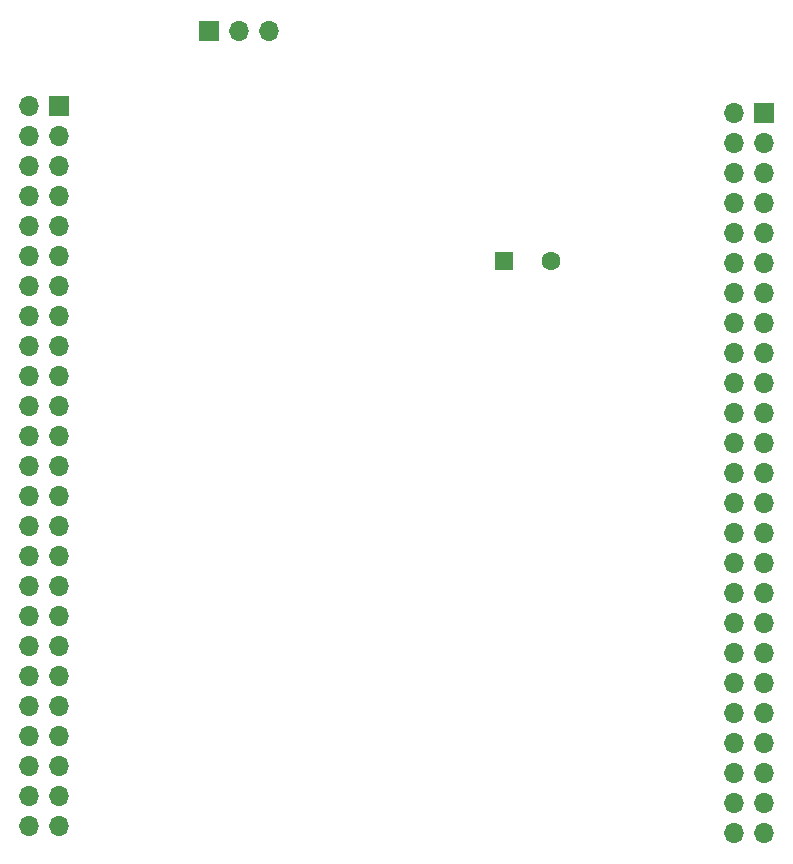
<source format=gbr>
%TF.GenerationSoftware,KiCad,Pcbnew,7.0.1*%
%TF.CreationDate,2023-05-31T13:14:41-06:00*%
%TF.ProjectId,Phase_D_STM_Shield,50686173-655f-4445-9f53-544d5f536869,rev?*%
%TF.SameCoordinates,Original*%
%TF.FileFunction,Soldermask,Bot*%
%TF.FilePolarity,Negative*%
%FSLAX46Y46*%
G04 Gerber Fmt 4.6, Leading zero omitted, Abs format (unit mm)*
G04 Created by KiCad (PCBNEW 7.0.1) date 2023-05-31 13:14:41*
%MOMM*%
%LPD*%
G01*
G04 APERTURE LIST*
%ADD10R,1.600000X1.600000*%
%ADD11C,1.600000*%
%ADD12R,1.700000X1.700000*%
%ADD13O,1.700000X1.700000*%
G04 APERTURE END LIST*
D10*
%TO.C,BZ1*%
X129745000Y-55065000D03*
D11*
X133745000Y-55065000D03*
%TD*%
D12*
%TO.C,MOTION_SENSOR1*%
X104775000Y-35560000D03*
D13*
X107315000Y-35560000D03*
X109855000Y-35560000D03*
%TD*%
D12*
%TO.C,J2*%
X151765000Y-42545000D03*
D13*
X149225000Y-42545000D03*
X151765000Y-45085000D03*
X149225000Y-45085000D03*
X151765000Y-47625000D03*
X149225000Y-47625000D03*
X151765000Y-50165000D03*
X149225000Y-50165000D03*
X151765000Y-52705000D03*
X149225000Y-52705000D03*
X151765000Y-55245000D03*
X149225000Y-55245000D03*
X151765000Y-57785000D03*
X149225000Y-57785000D03*
X151765000Y-60325000D03*
X149225000Y-60325000D03*
X151765000Y-62865000D03*
X149225000Y-62865000D03*
X151765000Y-65405000D03*
X149225000Y-65405000D03*
X151765000Y-67945000D03*
X149225000Y-67945000D03*
X151765000Y-70485000D03*
X149225000Y-70485000D03*
X151765000Y-73025000D03*
X149225000Y-73025000D03*
X151765000Y-75565000D03*
X149225000Y-75565000D03*
X151765000Y-78105000D03*
X149225000Y-78105000D03*
X151765000Y-80645000D03*
X149225000Y-80645000D03*
X151765000Y-83185000D03*
X149225000Y-83185000D03*
X151765000Y-85725000D03*
X149225000Y-85725000D03*
X151765000Y-88265000D03*
X149225000Y-88265000D03*
X151765000Y-90805000D03*
X149225000Y-90805000D03*
X151765000Y-93345000D03*
X149225000Y-93345000D03*
X151765000Y-95885000D03*
X149225000Y-95885000D03*
X151765000Y-98425000D03*
X149225000Y-98425000D03*
X151765000Y-100965000D03*
X149225000Y-100965000D03*
X151765000Y-103505000D03*
X149225000Y-103505000D03*
%TD*%
D12*
%TO.C,J1*%
X92075000Y-41910000D03*
D13*
X89535000Y-41910000D03*
X92075000Y-44450000D03*
X89535000Y-44450000D03*
X92075000Y-46990000D03*
X89535000Y-46990000D03*
X92075000Y-49530000D03*
X89535000Y-49530000D03*
X92075000Y-52070000D03*
X89535000Y-52070000D03*
X92075000Y-54610000D03*
X89535000Y-54610000D03*
X92075000Y-57150000D03*
X89535000Y-57150000D03*
X92075000Y-59690000D03*
X89535000Y-59690000D03*
X92075000Y-62230000D03*
X89535000Y-62230000D03*
X92075000Y-64770000D03*
X89535000Y-64770000D03*
X92075000Y-67310000D03*
X89535000Y-67310000D03*
X92075000Y-69850000D03*
X89535000Y-69850000D03*
X92075000Y-72390000D03*
X89535000Y-72390000D03*
X92075000Y-74930000D03*
X89535000Y-74930000D03*
X92075000Y-77470000D03*
X89535000Y-77470000D03*
X92075000Y-80010000D03*
X89535000Y-80010000D03*
X92075000Y-82550000D03*
X89535000Y-82550000D03*
X92075000Y-85090000D03*
X89535000Y-85090000D03*
X92075000Y-87630000D03*
X89535000Y-87630000D03*
X92075000Y-90170000D03*
X89535000Y-90170000D03*
X92075000Y-92710000D03*
X89535000Y-92710000D03*
X92075000Y-95250000D03*
X89535000Y-95250000D03*
X92075000Y-97790000D03*
X89535000Y-97790000D03*
X92075000Y-100330000D03*
X89535000Y-100330000D03*
X92075000Y-102870000D03*
X89535000Y-102870000D03*
%TD*%
M02*

</source>
